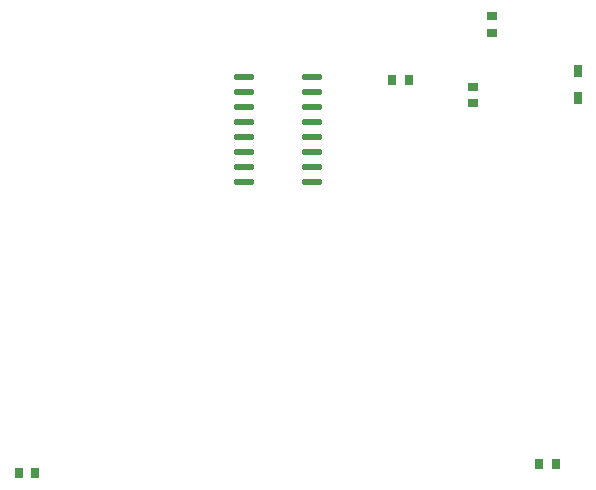
<source format=gtp>
G04 Layer: TopPasteMaskLayer*
G04 EasyEDA v6.5.44, 2024-08-15 16:09:49*
G04 6019c0ef6d974e658929918cbd89991a,14e18c81352b4cb09636949e9aeec340,10*
G04 Gerber Generator version 0.2*
G04 Scale: 100 percent, Rotated: No, Reflected: No *
G04 Dimensions in millimeters *
G04 leading zeros omitted , absolute positions ,4 integer and 5 decimal *
%FSLAX45Y45*%
%MOMM*%

%ADD10R,0.9000X0.8000*%
%ADD11R,0.8000X0.9000*%
%ADD12R,0.7500X1.0000*%
%ADD13O,1.7450054X0.5599938*%

%LPD*%
D10*
G01*
X5168900Y8388502D03*
G01*
X5168900Y8248497D03*
D11*
G01*
X1161897Y4521200D03*
G01*
X1301902Y4521200D03*
D10*
G01*
X5003800Y7651597D03*
G01*
X5003800Y7791602D03*
D11*
G01*
X4464202Y7848600D03*
G01*
X4324197Y7848600D03*
G01*
X5708802Y4597400D03*
G01*
X5568797Y4597400D03*
D12*
G01*
X5892800Y7693253D03*
G01*
X5892800Y7927746D03*
D13*
G01*
X3065551Y7874000D03*
G01*
X3065551Y7747000D03*
G01*
X3065551Y7620000D03*
G01*
X3065551Y7493000D03*
G01*
X3065551Y7366000D03*
G01*
X3065551Y7239000D03*
G01*
X3065551Y7112000D03*
G01*
X3065551Y6985000D03*
G01*
X3640048Y7874000D03*
G01*
X3640048Y7747000D03*
G01*
X3640048Y7620000D03*
G01*
X3640048Y7493000D03*
G01*
X3640048Y7366000D03*
G01*
X3640048Y7239000D03*
G01*
X3640048Y7112000D03*
G01*
X3640048Y6985000D03*
M02*

</source>
